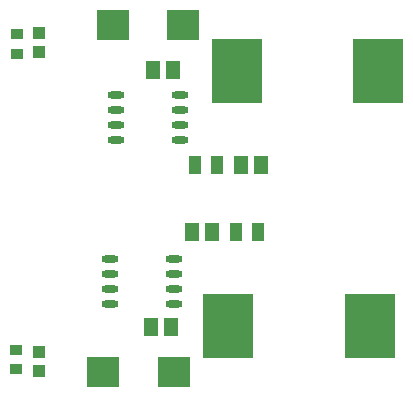
<source format=gtp>
G04*
G04 #@! TF.GenerationSoftware,Altium Limited,Altium Designer,20.0.13 (296)*
G04*
G04 Layer_Color=8421504*
%FSLAX44Y44*%
%MOMM*%
G71*
G01*
G75*
%ADD14R,4.2000X5.5000*%
%ADD15R,2.8000X2.6000*%
%ADD16R,1.2000X1.5000*%
%ADD17R,1.0000X1.0000*%
%ADD18O,1.4500X0.6000*%
%ADD19R,1.0000X0.9000*%
%ADD20R,1.1000X1.5000*%
D14*
X220000Y130000D02*
D03*
X340000D02*
D03*
X227000Y346000D02*
D03*
X347000D02*
D03*
D15*
X114000Y91000D02*
D03*
X174000D02*
D03*
X122000Y385000D02*
D03*
X182000D02*
D03*
D16*
X206500Y210000D02*
D03*
X189500D02*
D03*
X171500Y129000D02*
D03*
X154500D02*
D03*
X156500Y347000D02*
D03*
X173500D02*
D03*
X247500Y266000D02*
D03*
X230500D02*
D03*
D17*
X60000Y378000D02*
D03*
Y362000D02*
D03*
Y92000D02*
D03*
Y108000D02*
D03*
D18*
X119750Y187050D02*
D03*
Y174350D02*
D03*
Y161650D02*
D03*
Y148950D02*
D03*
X174250Y187050D02*
D03*
Y174350D02*
D03*
Y161650D02*
D03*
Y148950D02*
D03*
X179250Y287950D02*
D03*
Y300650D02*
D03*
Y313350D02*
D03*
Y326050D02*
D03*
X124750Y287950D02*
D03*
Y300650D02*
D03*
Y313350D02*
D03*
Y326050D02*
D03*
D19*
X40000Y93500D02*
D03*
Y110000D02*
D03*
X41000Y377250D02*
D03*
Y360750D02*
D03*
D20*
X210500Y266000D02*
D03*
X191500D02*
D03*
X226500Y210000D02*
D03*
X245500D02*
D03*
M02*

</source>
